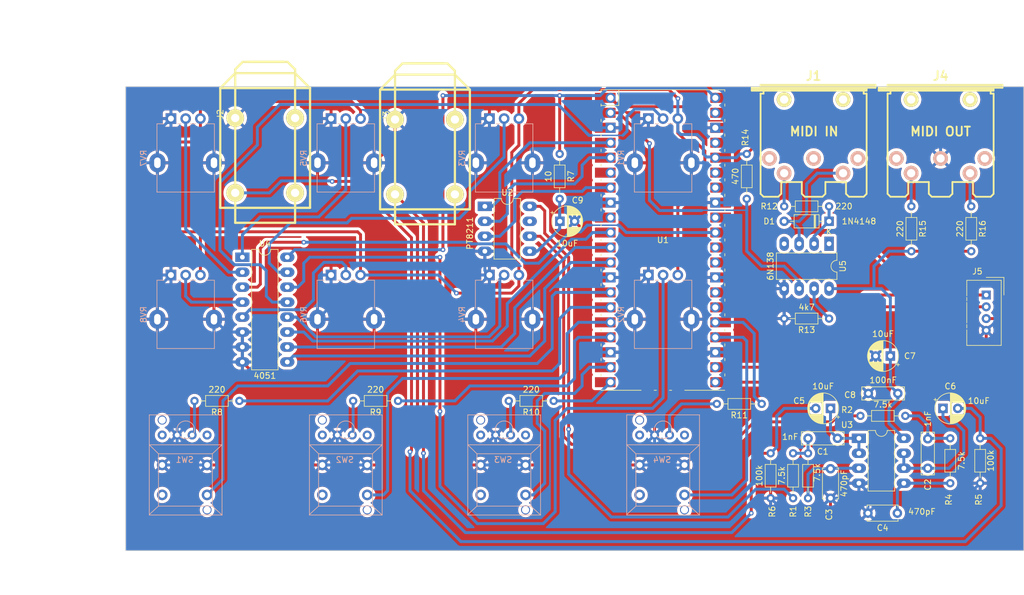
<source format=kicad_pcb>
(kicad_pcb (version 20221018) (generator pcbnew)
  (layers (0 "F.Cu" signal) (31 "B.Cu" signal) (34 "B.Paste" user) (35 "F.Paste" user) (36 "B.SilkS" user "B.Silkscreen") (37 "F.SilkS" user "F.Silkscreen") (38 "B.Mask" user) (39 "F.Mask" user) (44 "Edge.Cuts" user))
  (net 0 "")
  (net 1 "Net-(U3A--)")
  (net 2 "Net-(C1-Pad2)")
  (net 3 "Net-(U3B--)")
  (net 4 "Net-(C2-Pad2)")
  (net 5 "Net-(U3A-+)")
  (net 6 "GND")
  (net 7 "Net-(U3B-+)")
  (net 8 "Net-(C5-Pad2)")
  (net 9 "Net-(C6-Pad2)")
  (net 10 "VCC")
  (net 11 "Net-(U2-Pin_5)")
  (net 12 "Net-(D1-K)")
  (net 13 "Net-(D1-A)")
  (net 17 "Net-(J1-Pad4)")
  (net 20 "Net-(J4-Pad4)")
  (net 21 "Net-(J4-Pad5)")
  (net 22 "/SCL")
  (net 23 "/SDA")
  (net 24 "+3.3V")
  (net 25 "/RCH")
  (net 26 "/LCH")
  (net 27 "/GPIO11")
  (net 28 "Net-(SW1-A)")
  (net 29 "/GPIO13")
  (net 30 "Net-(SW2-A)")
  (net 31 "/GPIO15")
  (net 32 "Net-(SW3-A)")
  (net 33 "/GPIO19")
  (net 34 "Net-(SW4-A)")
  (net 35 "Net-(U5-VO1)")
  (net 36 "/Rx")
  (net 37 "/Tx")
  (net 38 "Net-(U4-X0)")
  (net 39 "Net-(U4-X1)")
  (net 40 "Net-(U4-X2)")
  (net 41 "Net-(U4-X3)")
  (net 42 "Net-(U4-X4)")
  (net 43 "Net-(U4-X5)")
  (net 44 "Net-(U4-X6)")
  (net 45 "Net-(U4-X7)")
  (net 46 "/GPIO10")
  (net 47 "/GPIO12")
  (net 48 "/GPIO14")
  (net 49 "/GPIO18")
  (net 50 "/BCK")
  (net 51 "/WS")
  (net 53 "/DIN")
  (net 55 "/GPIO7")
  (net 56 "/GPIO8")
  (net 57 "/GPIO9")
  (net 62 "/ADC0")
  (footprint "Resistor_THT:R_Axial_DIN0204_L3.6mm_D1.6mm_P7.62mm_Horizontal" (layer "F.Cu") (at 175.50218 91.44 180)
    (fp_text reference "R2")
    (fp_text value "7.5k")
  )
  (footprint "lib:MIDI_DIN5" (layer "F.Cu") (at 159.93618 44.7548 180)
    (fp_text reference "J1")
    (fp_text value "MIDI IN")
  )
  (footprint "Capacitor_THT:CP_Radial_D5.0mm_P2.50mm" (layer "F.Cu") (at 172.96218 81.28 180)
    (fp_text reference "C7")
    (fp_text value "10uF")
  )
  (footprint "Capacitor_THT:C_Rect_L7.0mm_W2.0mm_P5.00mm" (layer "F.Cu") (at 163.99218 95.25 180)
    (fp_text reference "C1")
    (fp_text value "1nF")
  )
  (footprint "Package_DIP:DIP-8_W7.62mm_LongPads" (layer "F.Cu") (at 104.14 55.88)
    (fp_text reference "U2")
    (fp_text value "PT8211")
  )
  (footprint "Resistor_THT:R_Axial_DIN0204_L3.6mm_D1.6mm_P7.62mm_Horizontal" (layer "F.Cu") (at 152.64218 97.79 -90)
    (fp_text reference "R6")
    (fp_text value "100k")
  )
  (footprint "Capacitor_THT:CP_Radial_D5.0mm_P2.50mm" (layer "F.Cu") (at 162.80218 90.17 180)
    (fp_text reference "C5")
    (fp_text value "10uF")
  )
  (footprint "Resistor_THT:R_Axial_DIN0204_L3.6mm_D1.6mm_P7.62mm_Horizontal" (layer "F.Cu") (at 89.408 88.9 180)
    (fp_text reference "R9")
    (fp_text value "220")
  )
  (footprint "JACK:AudioJackMono" (layer "F.Cu") (at 88.9 40.513 90)
    (fp_text reference "J3")
    (fp_text value "AudioJack2" hide)
  )
  (footprint "Resistor_THT:R_Axial_DIN0204_L3.6mm_D1.6mm_P7.62mm_Horizontal" (layer "F.Cu") (at 116.84 46.99 -90)
    (fp_text reference "R7")
    (fp_text value "10")
  )
  (footprint "Capacitor_THT:CP_Radial_D5.0mm_P2.50mm" (layer "F.Cu") (at 181.89218 90.17)
    (fp_text reference "C6")
    (fp_text value "10uF")
  )
  (footprint "Resistor_THT:R_Axial_DIN0204_L3.6mm_D1.6mm_P7.62mm_Horizontal" (layer "F.Cu") (at 162.56 74.93 180)
    (fp_text reference "R13")
    (fp_text value "4k7")
  )
  (footprint "Resistor_THT:R_Axial_DIN0204_L3.6mm_D1.6mm_P7.62mm_Horizontal" (layer "F.Cu") (at 151.13 89.408 180)
    (fp_text reference "R11")
    (fp_text value "220" hide)
  )
  (footprint "Capacitor_THT:C_Disc_D5.0mm_W2.5mm_P5.00mm" (layer "F.Cu") (at 162.80218 100.41 -90)
    (fp_text reference "C3")
    (fp_text value "470pF")
  )
  (footprint "MCU_RaspberryPi_and_Boards:RPi_Pico_SMD_TH" (layer "F.Cu") (at 134.366 61.595)
    (fp_text reference "U1")
    (fp_text value "Pico")
  )
  (footprint "Capacitor_THT:CP_Radial_D5.0mm_P2.50mm" (layer "F.Cu") (at 116.88 58.42)
    (fp_text reference "C9")
    (fp_text value "10uF")
  )
  (footprint "Resistor_THT:R_Axial_DIN0204_L3.6mm_D1.6mm_P7.62mm_Horizontal" (layer "F.Cu") (at 115.824 88.9 180)
    (fp_text reference "R10")
    (fp_text value "220")
  )
  (footprint "Resistor_THT:R_Axial_DIN0204_L3.6mm_D1.6mm_P7.62mm_Horizontal" (layer "F.Cu") (at 176.53 55.88 -90)
    (fp_text reference "R15")
    (fp_text value "220")
  )
  (footprint "Resistor_THT:R_Axial_DIN0204_L3.6mm_D1.6mm_P7.62mm_Horizontal" (layer "F.Cu") (at 62.484 88.9 180)
    (fp_text reference "R8")
    (fp_text value "220")
  )
  (footprint "Resistor_THT:R_Axial_DIN0204_L3.6mm_D1.6mm_P7.62mm_Horizontal" (layer "F.Cu") (at 156.45218 97.79 -90)
    (fp_text reference "R1")
    (fp_text value "7.5k")
  )
  (footprint "Package_DIP:DIP-8_W7.62mm_LongPads" (layer "F.Cu") (at 162.56 62.23 -90)
    (fp_text reference "U5")
    (fp_text value "6N138")
  )
  (footprint "Capacitor_THT:C_Rect_L7.0mm_W2.0mm_P5.00mm" (layer "F.Cu") (at 174.23218 87.63 180)
    (fp_text reference "C8")
    (fp_text value "100nF")
  )
  (footprint "Resistor_THT:R_Axial_DIN0204_L3.6mm_D1.6mm_P7.62mm_Horizontal" (layer "F.Cu") (at 154.94 55.88)
    (fp_text reference "R12")
    (fp_text value "220")
  )
  (footprint "JACK:AudioJackMono" (layer "F.Cu") (at 61.775 40.259 90)
    (fp_text reference "J2")
    (fp_text value "AudioJack2" hide)
  )
  (footprint "Package_DIP:DIP-8_W7.62mm_LongPads" (layer "F.Cu") (at 167.625 95.25)
    (fp_text reference "U3")
    (fp_text value "MCP6002")
  )
  (footprint "Resistor_THT:R_Axial_DIN0204_L3.6mm_D1.6mm_P7.62mm_Horizontal" (layer "F.Cu") (at 186.69 55.88 -90)
    (fp_text reference "R16")
    (fp_text value "220")
  )
  (footprint "Connector:NS-Tech_Grove_1x04_P2mm_Vertical" (layer "F.Cu") (at 189.23 70.93)
    (fp_text reference "J5")
    (fp_text value "I2C")
  )
  (footprint "Resistor_THT:R_Axial_DIN0204_L3.6mm_D1.6mm_P7.62mm_Horizontal" (layer "F.Cu") (at 158.99218 105.41 90)
    (fp_text reference "R3")
    (fp_text value "7.5k")
  )
  (footprint "Capacitor_THT:C_Rect_L7.0mm_W2.0mm_P5.00mm" (layer "F.Cu") (at 179.31218 100.33 90)
    (fp_text reference "C2")
    (fp_text value "1nF")
  )
  (footprint "Resistor_THT:R_Axial_DIN0204_L3.6mm_D1.6mm_P7.62mm_Horizontal" (layer "F.Cu") (at 148.59 46.99 -90)
    (fp_text reference "R14")
    (fp_text value "470")
  )
  (footprint "Capacitor_THT:C_Disc_D5.0mm_W2.5mm_P5.00mm" (layer "F.Cu") (at 174.15218 107.95 180)
    (fp_text reference "C4")
    (fp_text value "470pF")
  )
  (footprint "Package_DIP:DIP-16_W7.62mm_LongPads" (layer "F.Cu") (at 62.992 64.516)
    (fp_text reference "U4")
    (fp_text value "4051")
  )
  (footprint "Resistor_THT:R_Axial_DIN0204_L3.6mm_D1.6mm_P7.62mm_Horizontal" (layer "F.Cu") (at 188.20218 95.25 -90)
    (fp_text reference "R5")
    (fp_text value "100k")
  )
  (footprint "lib:MIDI_DIN5" (layer "F.Cu") (at 181.48808 44.7548 180)
    (fp_text reference "J4")
    (fp_text value "MIDI OUT")
  )
  (footprint "Resistor_THT:R_Axial_DIN0204_L3.6mm_D1.6mm_P7.62mm_Horizontal" (layer "F.Cu") (at 183.12218 102.87 90)
    (fp_text reference "R4")
    (fp_text value "7.5k")
  )
  (footprint "Diode_THT:D_DO-35_SOD27_P7.62mm_Horizontal" (layer "F.Cu") (at 162.56 58.42 180)
    (fp_text reference "D1")
    (fp_text value "1N4148")
  )
  (footprint "lib:Push_LED" (layer "B.Cu") (at 57.002 99.7753 180)
    (fp_text reference "SW1")
    (fp_text value "S1")
  )
  (footprint "Potentiometer_THT:Potentiometer_Alpha_RD901F-40-00D_Single_Vertical" (layer "B.Cu") (at 104.916 40.99 -90)
    (fp_text reference "RV3")
    (fp_text value "10k")
  )
  (footprint "lib:Push_LED" (layer "B.Cu") (at 138.027 99.7753 180)
    (fp_text reference "SW4")
    (fp_text value "S1")
  )
  (footprint "lib:Push_LED" (layer "B.Cu") (at 111.051 99.7753 180)
    (fp_text reference "SW3")
    (fp_text value "S1")
  )
  (footprint "Potentiometer_THT:Potentiometer_Alpha_RD901F-40-00D_Single_Vertical" (layer "B.Cu") (at 131.892 67.54 -90)
    (fp_text reference "RV2")
    (fp_text value "10k")
  )
  (footprint "Potentiometer_THT:Potentiometer_Alpha_RD901F-40-00D_Single_Vertical" (layer "B.Cu") (at 78.044 40.99 -90)
    (fp_text reference "RV5")
    (fp_text value "10k")
  )
  (footprint "Potentiometer_THT:Potentiometer_Alpha_RD901F-40-00D_Single_Vertical" (layer "B.Cu") (at 104.916 67.54 -90)
    (fp_text reference "RV4")
    (fp_text value "10k")
  )
  (footprint "Potentiometer_THT:Potentiometer_Alpha_RD901F-40-00D_Single_Vertical" (layer "B.Cu") (at 78.044 67.54 -90)
    (fp_text reference "RV6")
    (fp_text value "10k")
  )
  (footprint "Potentiometer_THT:Potentiometer_Alpha_RD901F-40-00D_Single_Vertical" (layer "B.Cu") (at 131.892 40.99 -90)
    (fp_text reference "RV1")
    (fp_text value "10k")
  )
  (footprint "Potentiometer_THT:Potentiometer_Alpha_RD901F-40-00D_Single_Vertical" (layer "B.Cu") (at 50.867 40.99 -90)
    (fp_text reference "RV7")
    (fp_text value "10k")
  )
  (footprint "lib:Push_LED" (layer "B.Cu") (at 84.179 99.7753 180)
    (fp_text reference "SW2")
    (fp_text value "S1")
  )
  (footprint "Potentiometer_THT:Potentiometer_Alpha_RD901F-40-00D_Single_Vertical" (layer "B.Cu") (at 50.867 67.54 -90)
    (fp_text reference "RV8")
    (fp_text value "10k")
  )
  (gr_line (start 43.18 35.56) (end 195.58 35.56) (stroke (width 0.1)) (layer "Edge.Cuts"))
  (gr_line (start 195.58 35.56) (end 195.58 114.3) (stroke (width 0.1)) (layer "Edge.Cuts"))
  (gr_line (start 43.18 114.3) (end 43.18 35.56) (stroke (width 0.1)) (layer "Edge.Cuts"))
  (gr_line (start 195.58 114.3) (end 43.18 114.3) (stroke (width 0.1)) (layer "Edge.Cuts"))
  (segment (start 167.625 95.25) (end 167.625 97.79) (width 0.5) (layer "B.Cu") (net 1))
  (segment (start 167.625 95.25) (end 163.99218 95.25) (width 0.5) (layer "B.Cu") (net 1))
  (segment (start 162.80218 90.17) (end 162.80218 94.06) (width 0.5) (layer "B.Cu") (net 1))
  (segment (start 162.80218 94.06) (end 163.99218 95.25) (width 0.5) (layer "B.Cu") (net 1))
  (segment (start 158.99218 95.25) (end 158.99218 97.79) (width 0.5) (layer "B.Cu") (net 2))
  (segment (start 158.99218 97.79) (end 156.45218 97.79) (width 0.5) (layer "B.Cu") (net 2))
  (segment (start 181.89218 91.72218) (end 182.88 92.71) (width 0.5) (layer "B.Cu") (net 3))
  (segment (start 184.15 92.71) (end 185.42 93.98) (width 0.5) (layer "B.Cu") (net 3))
  (segment (start 175.245 97.79) (end 175.245 100.33) (width 0.5) (layer "B.Cu") (net 3))
  (segment (start 185.42 93.98) (end 185.42 97.79) (width 0.5) (layer "B.Cu") (net 3))
  (segment (start 182.88 92.71) (end 184.15 92.71) (width 0.5) (layer "B.Cu") (net 3))
  (segment (start 175.245 100.33) (end 179.31218 100.33) (width 0.5) (layer "B.Cu") (net 3))
  (segment (start 181.89218 90.17) (end 181.89218 91.72218) (width 0.5) (layer "B.Cu") (net 3))
  (segment (start 182.88 100.33) (end 179.31218 100.33) (width 0.5) (layer "B.Cu") (net 3))
  (segment (start 185.42 97.79) (end 182.88 100.33) (width 0.5) (layer "B.Cu") (net 3))
  (segment (start 183.12218 95.25) (end 179.39218 95.25) (width 0.5) (layer "B.Cu") (net 4))
  (segment (start 179.31218 92.95218) (end 179.31218 95.33) (width 0.5) (layer "B.Cu") (net 4))
  (segment (start 177.8 91.44) (end 179.31218 92.95218) (width 0.5) (layer "B.Cu") (net 4))
  (segment (start 179.39218 95.25) (end 179.31218 95.33) (width 0.5) (layer "B.Cu") (net 4))
  (segment (start 175.50218 91.44) (end 177.8 91.44) (width 0.5) (layer "B.Cu") (net 4))
  (segment (start 167.625 100.33) (end 162.88218 100.33) (width 0.5) (layer "B.Cu") (net 5))
  (segment (start 158.99218 101.35782) (end 159.94 100.41) (width 0.5) (layer "B.Cu") (net 5))
  (segment (start 162.88218 100.33) (end 162.80218 100.41) (width 0.5) (layer "B.Cu") (net 5))
  (segment (start 159.94 100.41) (end 162.80218 100.41) (width 0.5) (layer "B.Cu") (net 5))
  (segment (start 158.99218 105.41) (end 158.99218 101.35782) (width 0.5) (layer "B.Cu") (net 5))
  (segment (start 88.9 44.934) (end 88.9 41.148) (width 0.5) (layer "F.Cu") (net 6))
  (segment (start 129.592 45.01) (end 129.592 48.49) (width 0.5) (layer "F.Cu") (net 6))
  (segment (start 84.179 99.7753) (end 103.431 99.7753) (width 0.5) (layer "F.Cu") (net 6))
  (segment (start 75.744 48.49) (end 85.344 48.49) (width 0.5) (layer "F.Cu") (net 6))
  (segment (start 62.992 82.296) (end 65.786 85.09) (width 0.5) (layer "F.Cu") (net 6))
  (segment (start 170.46218 82.57818) (end 170.46218 81.28) (width 0.5) (layer "F.Cu") (net 6))
  (segment (start 75.744 75.04) (end 85.344 75.04) (width 0.5) (layer "F.Cu") (net 6))
  (segment (start 57.002 99.7753) (end 76.559 99.7753) (width 0.5) (layer "F.Cu") (net 6))
  (segment (start 129.159 80.645) (end 125.476 80.645) (width 0.5) (layer "F.Cu") (net 6))
  (segment (start 141.605 67.945) (end 143.256 67.945) (width 0.5) (layer "F.Cu") (net 6))
  (segment (start 132.947 94.6953) (end 132.947 84.433) (width 0.5) (layer "F.Cu") (net 6))
  (segment (start 159.512 110.49) (end 162.80218 107.19982) (width 0.5) (layer "F.Cu") (net 6))
  (segment (start 48.567 75.04) (end 58.167 75.04) (width 0.5) (layer "F.Cu") (net 6))
  (segment (start 132.947 84.433) (end 129.159 80.645) (width 0.5) (layer "F.Cu") (net 6))
  (segment (start 121.285 42.545) (end 125.476 42.545) (width 0.5) (layer "F.Cu") (net 6))
  (segment (start 139.192 48.49) (end 129.592 48.49) (width 0.5) (layer "F.Cu") (net 6))
  (segment (start 130.407 99.7753) (end 133.35 102.7183) (width 0.5) (layer "F.Cu") (net 6))
  (segment (start 58.167 48.49) (end 58.167 44.502) (width 0.5) (layer "F.Cu") (net 6))
  (segment (start 119.126 44.704) (end 121.285 42.545) (width 0.5) (layer "F.Cu") (net 6))
  (segment (start 85.344 48.49) (end 88.9 44.934) (width 0.5) (layer "F.Cu") (net 6))
  (segment (start 133.35 106.172) (end 137.668 110.49) (width 0.5) (layer "F.Cu") (net 6))
  (segment (start 102.616 75.04) (end 112.216 75.04) (width 0.5) (layer "F.Cu") (net 6))
  (segment (start 48.567 48.49) (end 58.167 48.49) (width 0.5) (layer "F.Cu") (net 6))
  (segment (start 65.786 85.09) (end 74.422 85.09) (width 0.5) (layer "F.Cu") (net 6))
  (segment (start 58.167 48.49) (end 75.744 48.49) (width 0.5) (layer "F.Cu") (net 6))
  (segment (start 125.476 42.545) (end 127.127 42.545) (width 0.5) (layer "F.Cu") (net 6))
  (segment (start 139.192 70.358) (end 141.605 67.945) (width 0.5) (layer "F.Cu") (net 6))
  (segment (start 111.051 99.7753) (end 130.407 99.7753) (width 0.5) (layer "F.Cu") (net 6))
  (segment (start 58.167 44.502) (end 61.775 40.894) (width 0.5) (layer "F.Cu") (net 6))
  (segment (start 112.216 48.49) (end 118.388 48.49) (width 0.5) (layer "F.Cu") (net 6))
  (segment (start 139.192 75.04) (end 139.192 70.358) (width 0.5) (layer "F.Cu") (net 6))
  (segment (start 184.404 83.82) (end 171.704 83.82) (width 0.5) (layer "F.Cu") (net 6))
  (segment (start 118.388 48.49) (end 119.126 47.752) (width 0.5) (layer "F.Cu") (net 6))
  (segment (start 189.23 76.93) (end 189.23 78.994) (width 0.5) (layer "F.Cu") (net 6))
  (segment (start 75.744 75.04) (end 75.744 83.768) (width 0.5) (layer "F.Cu") (net 6))
  (segment (start 127.127 42.545) (end 129.592 45.01) (width 0.5) (layer "F.Cu") (net 6))
  (segment (start 129.592 75.04) (end 139.192 75.04) (width 0.5) (layer "F.Cu") (net 6))
  (segment (start 137.668 110.49) (end 159.512 110.49) (width 0.5) (layer "F.Cu") (net 6))
  (segment (start 189.23 78.994) (end 184.404 83.82) (width 0.5) (layer "F.Cu") (net 6))
  (segment (start 171.704 83.82) (end 170.46218 82.57818) (width 0.5) (layer "F.Cu") (net 6))
  (segment (start 162.80218 107.19982) (end 162.80218 105.41) (width 0.5) (layer "F.Cu") (net 6))
  (segment (start 133.35 102.7183) (end 133.35 106.172) (width 0.5) (layer "F.Cu") (net 6))
  (segment (start 75.744 83.768) (end 74.422 85.09) (width 0.5) (layer "F.Cu") (net 6))
  (segment (start 119.126 47.752) (end 119.126 44.704) (width 0.5) (layer "F.Cu") (net 6))
  (segment (start 105.971 94.6953) (end 105.971 99.0663) (width 0.5) (layer "B.Cu") (net 6))
  (segment (start 160.26218 107.95) (end 162.80218 105.41) (width 0.5) (layer "B.Cu") (net 6))
  (segment (start 129.592 43.29) (end 129.592 48.49) (width 0.5) (layer "B.Cu") (net 6))
  (segment (start 105.971 99.0663) (end 105.41 99.6273) (width 0.5) (layer "B.Cu") (net 6))
  (segment (start 170.46218 81.28) (end 170.46218 86.4) (width 0.5) (layer "B.Cu") (net 6))
  (segment (start 129.592 75.04) (end 129.592 78.942) (width 0.5) (layer "B.Cu") (net 6))
  (segment (start 143.256 55.245) (end 141.097 55.245) (width 0.5) (layer "B.Cu") (net 6))
  (segment (start 139.192 75.04) (end 139.192 78.232) (width 0.5) (layer "B.Cu") (net 6))
  (segment (start 131.892 40.99) (end 129.592 43.29) (width 0.5) (layer "B.Cu") (net 6))
  (segment (start 125.476 67.945) (end 129.135 67.945) (width 0.5) (layer "B.Cu") (net 6))
  (segment (start 181.48808 44.32808) (end 179.705 42.545) (width 0.5) (layer "B.Cu") (net 6))
  (segment (start 171.45 100.33) (end 168.91 102.87) (width 0.5) (layer "B.Cu") (net 6))
  (segment (start 169.23218 87.63) (end 171.45 89.84782) (width 0.5) (layer "B.Cu") (net 6))
  (segment (start 51.922 94.6953) (end 51.922 99.6273) (width 0.5) (layer "B.Cu") (net 6))
  (segment (start 152.64218 105.41) (end 155.18218 107.95) (width 0.5) (layer "B.Cu") (net 6))
  (segment (start 169.15218 104.39718) (end 169.15218 105.41) (width 0.5) (layer "B.Cu") (net 6))
  (segment (start 167.625 102.87) (end 169.15218 104.39718) (width 0.5) (layer "B.Cu") (net 6))
  (segment (start 60.343 77.216) (end 62.992 77.216) (width 0.5) (layer "B.Cu") (net 6))
  (segment (start 51.922 86.508) (end 56.134 82.296) (width 0.5) (layer "B.Cu") (net 6))
  (segment (start 179.705 42.545) (end 143.256 42.545) (width 0.5) (layer "B.Cu") (net 6))
  (segment (start 129.592 69.84) (end 131.892 67.54) (width 0.5) (layer "B.Cu") (net 6))
  (segment (start 128.905 55.245) (end 129.592 54.558) (width 0.5) (layer "B.Cu") (net 6))
  (segment (start 132.947 99.3723) (end 133.35 99.7753) (width 0.5) (layer "B.Cu") (net 6))
  (segment (start 142.367 80.645) (end 143.256 80.645) (width 0.5) (layer "B.Cu") (net 6))
  (segment (start 185.66218 105.41) (end 180.34 105.41) (width 0.5) (layer "B.Cu") (net 6))
  (segment (start 51.922 99.6273) (end 52.07 99.7753) (width 0.5) (layer "B.Cu") (net 6))
  (segment (start 168.91 102.87) (end 167.625 102.87) (width 0.5) (layer "B.Cu") (net 6))
  (segment (start 139.192 48.49) (end 139.192 53.34) (width 0.5) (layer "B.Cu") (net 6))
  (segment (start 48.567 43.29) (end 50.867 40.99) (width 0.5) (layer "B.Cu") (net 6))
  (segment (start 129.54 67.54) (end 131.892 67.54) (width 0.5) (layer "B.Cu") (net 6))
  (segment (start 102.616 69.84) (end 104.916 67.54) (width 0.5) (layer "B.Cu") (net 6))
  (segment (start 125.476 55.245) (end 128.905 55.245) (width 0.5) (layer "B.Cu") (net 6))
  (segment (start 153.035 67.945) (end 143.256 67.945) (width 0.5) (layer "B.Cu") (net 6))
  (segment (start 169.15218 105.41) (end 169.15218 107.95) (width 0.5) (layer "B.Cu") (net 6))
  (segment (start 58.167 75.04) (end 60.343 77.216) (width 0.5) (layer "B.Cu") (net 6))
  (segment (start 176.53 109.22) (end 170.42218 109.22) (width 0.5) (layer "B.Cu") (net 6))
  (segment (start 129.592 75.04) (end 129.592 69.84) (width 0.5) (layer "B.Cu") (net 6))
  (segment (start 75.744 48.49) (end 75.744 43.29) (width 0.5) (layer "B.Cu") (net 6))
  (segment (start 48.567 75.04) (end 48.567 69.84) (width 0.5) (layer "B.Cu") (net 6))
  (segment (start 132.947 97.79) (end 132.947 99.3723) (width 0.5) (layer "B.Cu") (net 6))
  (segment (start 129.592 54.558) (end 129.592 48.49) (width 0.5) (layer "B.Cu") (net 6))
  (segment (start 103.431 99.7753) (end 105.41 99.7753) (width 0.5) (layer "B.Cu") (net 6))
  (segment (start 102.616 43.29) (end 104.916 40.99) (width 0.5) (layer "B.Cu") (net 6))
  (segment (start 132.947 97.79) (end 132.947 94.6953) (width 0.5) (layer "B.Cu") (net 6))
  (segment (start 170.46218 86.4) (end 169.23218 87.63) (width 0.5) (layer "B.Cu") (net 6))
  (segment (start 130.407 99.7753) (end 133.35 99.7753) (width 0.5) (layer "B.Cu") (net 6))
  (segment (start 102.616 75.04) (end 85.344 75.04) (width 0.5) (layer "B.Cu") (net 6))
  (segment (start 105.41 99.7753) (end 106.68 99.7753) (width 0.5) (layer "B.Cu") (net 6))
  (segment (start 75.744 43.29) (end 78.044 40.99) (width 0.5) (layer "B.Cu") (net 6))
  (segment (start 48.567 48.49) (end 48.567 43.29) (width 0.5) (layer "B.Cu") (net 6))
  (segment (start 162.80218 105.41) (end 169.15218 105.41) (width 0.5) (layer "B.Cu") (net 6))
  (segment (start 56.134 82.296) (end 62.992 82.296) (width 0.5) (layer "B.Cu") (net 6))
  (segment (start 141.986 81.026) (end 142.367 80.645) (width 0.5) (layer "B.Cu") (net 6))
  (segment (start 52.07 99.7753) (end 49.382 99.7753) (width 0.5) (layer "B.Cu") (net 6))
  (segment (start 171.45 89.84782) (end 171.45 100.33) (width 0.5) (layer "B.Cu") (net 6))
  (segment (start 78.044 67.54) (end 78.044 72.74) (width 0.5) (layer "B.Cu") (net 6))
  (segment (start 57.002 99.7753) (end 52.07 99.7753) (width 0.5) (layer "B.Cu") (net 6))
  (segment (start 62.992 77.216) (end 62.992 82.296) (width 0.5) (layer "B.Cu") (net 6))
  (segment (start 188.20218 102.87) (end 185.66218 105.41) (width 0.5) (layer "B.Cu") (net 6))
  (segment (start 141.097 55.245) (end 139.192 53.34) (width 0.5) (layer "B.Cu") (net 6))
  (segment (start 119.38 57.15) (end 119.38 58.42) (width 0.5) (layer "B.Cu") (net 6))
  (segment (start 139.192 78.232) (end 141.986 81.026) (width 0.5) (layer "B.Cu") (net 6))
  (segment (start 102.616 48.49) (end 102.616 43.29) (width 0.5) (layer "B.Cu") (net 6))
  (segment (start 104.14 66.764) (end 104.916 67.54) (width 0.5) (layer "B.Cu") (net 6))
  (segment (start 132.947 98.193) (end 132.947 97.79) (width 0.5) (layer "B.Cu") (net 6))
  (segment (start 48.567 69.84) (end 50.867 67.54) (width 0.5) (layer "B.Cu") (net 6))
  (segment (start 121.285 55.245) (end 119.38 57.15) (width 0.5) (layer "B.Cu") (net 6))
  (segment (start 154.94 69.85) (end 154.94 74.93) (width 0.5) (layer "B.Cu") (net 6))
  (segment (start 130.407 99.7753) (end 131.3647 99.7753) (width 0.5) (layer "B.Cu") (net 6))
  (segment (start 105.41 99.6273) (end 105.41 99.7753) (width 0.5) (layer "B.Cu") (net 6))
  (segment (start 154.94 69.85) (end 153.035 67.945) (width 0.5) (layer "B.Cu") (net 6))
  (segment (start 84.179 99.7753) (end 78.74 99.7753) (width 0.5) (layer "B.Cu") (net 6))
  (segment (start 170.42218 109.22) (end 169.15218 107.95) (width 0.5) (layer "B.Cu") (net 6))
  (segment (start 78.044 72.74) (end 75.744 75.04) (width 0.5) (layer "B.Cu") (net 6))
  (segment (start 106.68 99.7753) (end 111.051 99.7753) (width 0.5) (layer "B.Cu") (net 6))
  (segment (start 79.099 94.6953) (end 79.099 99.4163) (width 0.5) (layer "B.Cu") (net 6))
  (segment (start 102.616 75.04) (end 102.616 69.84) (width 0.5) (layer "B.Cu") (net 6))
  (segment (start 125.476 55.245) (end 121.285 55.245) (width 0.5) (layer "B.Cu") (net 6))
  (segment (start 181.48808 47.75454) (end 181.48808 44.32808) (width 0.5) (layer "B.Cu") (net 6))
  (segment (start 133.35 99.7753) (end 138.027 99.7753) (width 0.5) (layer "B.Cu") (net 6))
  (segment (start 127.889 80.645) (end 129.592 78.942) (width 0.5) (layer "B.Cu") (net 6))
  (segment (start 78.74 99.7753) (end 76.559 99.7753) (width 0.5) (layer "B.Cu") (net 6))
  (segment (start 155.18218 107.95) (end 160.26218 107.95) (width 0.5) (layer "B.Cu") (net 6))
  (segment (start 129.135 67.945) (end 129.54 67.54) (width 0.5) (layer "B.Cu") (net 6))
  (segment (start 180.34 105.41) (end 176.53 109.22) (width 0.5) (layer "B.Cu") (net 6))
  (segment (start 104.14 63.5) (end 104.14 66.764) (width 0.5) (layer "B.Cu") (net 6))
  (segment (start 125.476 80.645) (end 127.889 80.645) (width 0.5) (layer "B.Cu") (net 6))
  (segment (start 51.922 94.6953) (end 51.922 86.508) (width 0.5) (layer "B.Cu") (net 6))
  (segment (start 79.099 99.4163) (end 78.74 99.7753) (width 0.5) (layer "B.Cu") (net 6))
  (segment (start 85.344 48.49) (end 102.616 48.49) (width 0.5) (layer "B.Cu") (net 6))
  (segment (start 183.12218 102.87) (end 175.245 102.87) (width 0.5) (layer "B.Cu") (net 7))
  (segment (start 174.15218 103.96282) (end 175.245 102.87) (width 0.5) (layer "B.Cu") (net 7))
  (segment (start 174.15218 107.95) (end 174.15218 103.96282) (width 0.5) (layer "B.Cu") (net 7))
  (segment (start 150.622 97.79) (end 152.64218 97.79) (width 0.5) (layer "F.Cu") (net 8))
  (segment (start 149.352 99.06) (end 150.622 97.79) (width 0.5) (layer "F.Cu") (net 8))
  (segment (start 149.352 107.95) (end 149.352 99.06) (width 0.5) (layer "F.Cu") (net 8))
  (segment (start 93.726 58.674) (end 93.726 97.79) (width 0.5) (layer "F.Cu") (net 8))
  (segment (start 88.9 53.848) (end 93.726 58.674) (width 0.5) (layer "F.Cu") (net 8))
  (via (at 149.352 107.95) (size 0.8) (drill 0.4) (layers "F.Cu" "B.Cu") (net 8))
  (via (at 93.726 97.79) (size 0.8) (drill 0.4) (layers "F.Cu" "B.Cu") (net 8))
  (segment (start 100.838 111.252) (end 146.05 111.252) (width 0.5) (layer "B.Cu") (net 8))
  (segment (start 93.726 97.79) (end 93.726 104.14) (width 0.5) (layer "B.Cu") (net 8))
  (segment (start 146.05 111.252) (end 149.352 107.95) (width 0.5) (layer "B.Cu") (net 8))
  (segment (start 153.67 91.44) (end 154.94 90.17) (width 0.5) (layer "B.Cu") (net 8))
  (segment (start 153.67 96.76218) (end 153.67 91.44) (width 0.5) (layer "B.Cu") (net 8))
  (segment (start 154.94 90.17) (end 160.30218 90.17) (width 0.5) (layer "B.Cu") (net 8))
  (segment (start 152.64218 97.79) (end 153.67 96.76218) (width 0.5) (layer "B.Cu") (net 8))
  (segment (start 93.726 104.14) (end 100.838 111.252) (width 0.5) (layer "B.Cu") (net 8))
  (segment (start 82.129253 51.649253) (end 87.376 56.896) (width 0.5) (layer "F.Cu") (net 9))
  (segment (start 91.694 97.282) (end 91.44 97.536) (width 0.5) (layer "F.Cu") (net 9))
  (segment (start 91.694 61.214) (end 91.694 66.04) (width 0.5) (layer "F.Cu") (net 9))
  (segment (start 87.376 56.896) (end 91.694 61.214) (width 0.5) (layer "F.Cu") (net 9))
  (segment (start 91.694 66.04) (end 91.694 97.282) (width 0.5) (layer "F.Cu") (net 9))
  (segment (start 78.232 51.649253) (end 82.129253 51.649253) (width 0.5) (layer "F.Cu") (net 9))
  (via (at 78.232 51.649253) (size 0.8) (drill 0.4) (layers "F.Cu" "B.Cu") (net 9))
  (via (at 91.44 97.536) (size 0.8) (drill 0.4) (layers "F.Cu" "B.Cu") (net 9))
  (segment (start 191.77 106.68) (end 191.77 97.028) (width 0.5) (layer "B.Cu") (net 9))
  (segment (start 67.564 53.594) (end 69.596 51.562) (width 0.5) (layer "B.Cu") (net 9))
  (segment (start 191.77 97.028) (end 189.992 95.25) (width 0.5) (layer "B.Cu") (net 9))
  (segment (start 186.69 90.17) (end 184.39218 90.17) (width 0.5) (layer "B.Cu") (net 9))
  (segment (start 185.674 112.776) (end 191.77 106.68) (width 0.5) (layer "B.Cu") (net 9))
  (segment (start 188.20218 95.25) (end 188.20218 91.68218) (width 0.5) (layer "B.Cu") (net 9))
  (segment (start 91.44 97.536) (end 91.44 104.14) (width 0.5) (layer "B.Cu") (net 9))
  (segment (start 188.20218 91.68218) (end 186.69 90.17) (width 0.5) (layer "B.Cu") (net 9))
  (segment (start 189.992 95.25) (end 188.20218 95.25) (width 0.5) (layer "B.Cu") (net 9))
  (segment (start 100.076 112.776) (end 185.674 112.776) (width 0.5) (layer "B.Cu") (net 9))
  (segment (start 61.775 53.594) (end 67.564 53.594) (width 0.5) (layer "B.Cu") (net 9))
  (segment (start 78.144747 51.562) (end 78.232 51.649253) (width 0.5) (layer "B.Cu") (net 9))
  (segment (start 69.596 51.562) (end 78.144747 51.562) (width 0.5) (layer "B.Cu") (net 9))
  (segment (start 91.44 104.14) (end 100.076 112.776) (width 0.5) (layer "B.Cu") (net 9))
  (segment (start 180.594 63.5) (end 176.53 63.5) (width 0.5) (layer "F.Cu") (net 10))
  (segment (start 193.802 46.228) (end 193.802 62.23) (width 0.5) (layer "F.Cu") (net 10))
  (segment (start 146.685 37.465) (end 149.098 39.878) (width 0.5) (layer "F.Cu") (net 10))
  (segment (start 143.256 37.465) (end 146.685 37.465) (width 0.5) (layer "F.Cu") (net 10))
  (segment (start 149.098 39.878) (end 187.452 39.878) (width 0.5) (layer "F.Cu") (net 10))
  (segment (start 189.992 66.04) (end 183.134 66.04) (width 0.5) (layer "F.Cu") (net 10))
  (segment (start 187.452 39.878) (end 193.802 46.228) (width 0.5) (layer "F.Cu") (net 10))
  (segment (start 97.028 37.084) (end 97.028 63.246) (width 0.5) (layer "F.Cu") (net 10))
  (segment (start 183.134 66.04) (end 180.594 63.5) (width 0.5) (layer "F.Cu") (net 10))
  (segment (start 116.84 37.084) (end 116.84 46.99) (width 0.5) (layer "F.Cu") (net 10))
  (segment (start 193.802 62.23) (end 189.992 66.04) (width 0.5) (layer "F.Cu") (net 10))
  (via (at 97.028 63.246) (size 0.8) (drill 0.4) (layers "F.Cu" "B.Cu") (net 10))
  (via (at 97.028 37.084) (size 0.8) (drill 0.4) (layers "F.Cu" "B.Cu") (net 10))
  (via (at 116.84 37.084) (size 0.8) (drill 0.4) (layers "F.Cu" "B.Cu") (net 10))
  (segment (start 162.56 69.85) (end 170.18 69.85) (width 0.5) (layer "B.Cu") (net 10))
  (segment (start 124.968 35.81) (end 123.694 37.084) (width 0.5) (layer "B.Cu") (net 10))
  (segment (start 176.53 63.5) (end 172.72 63.5) (width 0.5) (layer "B.Cu") (net 10))
  (segment (start 172.96218 81.28) (end 172.96218 86.36) (width 0.5) (layer "B.Cu") (net 10))
  (segment (start 141.601 35.81) (end 124.968 35.81) (width 0.5) (layer "B.Cu") (net 10))
  (segment (start 172.96218 86.36) (end 174.23218 87.63) (width 0.5) (layer "B.Cu") (net 10))
  (segment (start 172.72 63.5) (end 170.18 66.04) (width 0.5) (layer "B.Cu") (net 10))
  (segment (start 171.45 69.85) (end 172.96218 71.36218) (width 0.5) (layer "B.Cu") (net 10))
  (segment (start 123.694 37.084) (end 116.84 37.084) (width 0.5) (layer "B.Cu") (net 10))
  (segment (start 172.72 90.17) (end 172.72 92.725) (width 0.5) (layer "B.Cu") (net 10))
  (segment (start 170.18 66.04) (end 170.18 69.85) (width 0.5) (layer "B.Cu") (net 10))
  (segment (start 170.18 69.85) (end 171.45 69.85) (width 0.5) (layer "B.Cu") (net 10))
  (segment (start 172.72 90.17) (end 174.23218 88.65782) (width 0.5) (layer "B.Cu") (net 10))
  (segment (start 172.96218 71.36218) (end 172.96218 81.28) (width 0.5) (layer "B.Cu") (net 10))
  (segment (start 97.028 63.246) (end 71.882 63.246) (width 0.5) (layer "B.Cu") (net 10))
  (segment (start 116.84 37.084) (end 97.028 37.084) (width 0.5) (layer "B.Cu") (net 10))
  (segment (start 143.256 37.465) (end 141.601 35.81) (width 0.5) (layer "B.Cu") (net 10))
  (segment (start 172.72 92.725) (end 175.245 95.25) (width 0.5) (layer "B.Cu") (net 10))
  (segment (start 174.23218 88.65782) (end 174.23218 87.63) (width 0.5) (layer "B.Cu") (net 10))
  (segment (start 71.882 63.246) (end 70.612 64.516) (width 0.5) (layer "B.Cu") (net 10))
  (segment (start 111.76 63.5) (end 113.03 63.5) (width 0.5) (layer "B.Cu") (net 11))
  (segment (start 116.84 58.38) (end 116.88 58.42) (width 0.5) (layer "B.Cu") (net 11))
  (segment (start 116.84 54.61) (end 116.84 58.38) (width 0.5) (layer "B.Cu") (net 11))
  (segment (start 116.84 57.15) (end 116.84 59.69) (width 0.5) (layer "B.Cu") (net 11))
  (segment (start 113.03 63.5) (end 116.84 59.69) (width 0.5) (layer "B.Cu") (net 11))
  (segment (start 162.56 55.88) (end 162.56 58.42) (width 0.5) (layer "B.Cu") (net 12))
  (segment (start 160.02 60.96) (end 162.56 58.42) (width 0.5) (layer "B.Cu") (net 12))
  (segment (start 160.02 62.23) (end 160.02 60.96) (width 0.5) (layer "B.Cu") (net 12))
  (segment (start 160.5661 50.2539) (end 158.75 52.07) (width 0.5) (layer "B.Cu") (net 13))
  (segment (start 157.48 58.42) (end 158.75 57.15) (width 0.5) (layer "B.Cu") (net 13))
  (segment (start 154.94 58.42) (end 156.21 58.42) (width 0.5) (layer "B.Cu") (net 13))
  (segment (start 154.94 58.42) (end 157.48 58.42) (width 0.5) (layer "B.Cu") (net 13))
  (segment (start 157.48 59.69) (end 157.48 62.23) (width 0.5) (layer "B.Cu") (net 13))
  (segment (start 156.21 58.42) (end 157.48 59.69) (width 0.5) (layer "B.Cu") (net 13))
  (segment (start 158.75 52.07) (end 158.75 57.15) (width 0.5) (layer "B.Cu") (net 13))
  (segment (start 164.93236 50.2539) (end 160.5661 50.2539) (width 0.5) (layer "B.Cu") (net 13))
  (segment (start 154.94 50.2539) (end 154.94 55.88) (width 0.5) (layer "B.Cu") (net 17))
  (segment (start 176.4919 55.8419) (end 176.53 55.88) (width 0.5) (layer "B.Cu") (net 20))
  (segment (start 176.4919 50.2539) (end 176.4919 55.8419) (width 0.5) (layer "B.Cu") (net 20))
  (segment (start 186.48426 55.67426) (end 186.69 55.88) (width 0.5) (layer "B.Cu") (net 21))
  (segment (start 186.48426 50.2539) (end 186.48426 55.67426) (width 0.5) (layer "B.Cu") (net 21))
  (segment (start 165.989 81.915) (end 165.989 73.533) (width 0.5) (layer "F.Cu") (net 22))
  (segment (start 165.989 73.533) (end 168.592 70.93) (width 0.5) (layer "F.Cu") (net 22))
  (segment (start 168.592 70.93) (end 189.23 70.93) (width 0.5) (layer "F.Cu") (net 22))
  (segment (start 164.719 83.185) (end 165.989 81.915) (width 0.5) (layer "F.Cu") (net 22))
  (segment (start 143.256 83.185) (end 164.719 83.185) (width 0.5) (layer "F.Cu") (net 22))
  (segment (start 167.894 74.454) (end 169.418 72.93) (width 0.5) (layer "F.Cu") (net 23))
  (segment (start 169.418 72.93) (end 189.23 72.93) (width 0.5) (layer "F.Cu") (net 23))
  (segment (start 143.256 85.725) (end 166.751 85.725) (width 0.5) (layer "F.Cu") (net 23))
  (segment (start 166.751 85.725) (end 167.894 84.582) (width 0.5) (layer "F.Cu") (net 23))
  (segment (start 167.894 84.582) (end 167.894 74.454) (width 0.5) (layer "F.Cu") (net 23))
  (segment (start 112.268 36.068) (end 109.916 38.42) (width 0.5) (layer "F.Cu") (net 24))
  (segment (start 47.498 60.198) (end 45.72 58.42) (width 0.5) (layer "F.Cu") (net 24))
  (segment (start 81.534 38.1) (end 56.642 38.1) (width 0.5) (layer "F.Cu") (net 24))
  (segment (start 151.892 43.688) (end 169.164 43.688) (width 0.5) (layer "F.Cu") (net 24))
  (segment (start 109.916 65.72) (end 109.916 67.54) (width 0.5) (layer "F.Cu") (net 24))
  (segment (start 141.478 46.482) (end 139.7 44.704) (width 0.5) (layer "F.Cu") (net 24))
  (segment (start 170.18 44.704) (end 170.18 63.5) (width 0.5) (layer "F.Cu") (net 24))
  (segment (start 54.343 44.958) (end 55.867 43.434) (width 0.5) (layer "F.Cu") (net 24))
  (segment (start 55.867 38.875) (end 55.867 40.99) (width 0.5) (layer "F.Cu") (net 24))
  (segment (start 45.72 58.42) (end 45.72 51.054) (width 0.5) (layer "F.Cu") (net 24))
  (segment (start 136.892 67.54) (end 136.892 55.894) (width 0.5) (layer "F.Cu") (net 24))
  (segment (start 45.72 45.974) (end 46.736 44.958) (width 0.5) (layer "F.Cu") (net 24))
  (segment (start 56.121 60.198) (end 55.867 60.452) (width 0.5) (layer "F.Cu") (net 24))
  (segment (start 191.77 74.93) (end 189.23 74.93) (width 0.5) (layer "F.Cu") (net 24))
  (segment (start 83.044 60.692) (end 82.55 60.198) (width 0.5) (layer "F.Cu") (net 24))
  (segment (start 109.916 40.99) (end 109.916 45.532) (width 0.5) (layer "F.Cu") (net 24))
  (segment (start 56.388 60.198) (end 47.498 60.198) (width 0.5) (layer "F.Cu") (net 24))
  (segment (start 83.058 39.624) (end 81.534 38.1) (width 0.5) (layer "F.Cu") (net 24))
  (segment (start 109.916 67.54) (end 109.916 69.408) (width 0.5) (layer "F.Cu") (net 24))
  (segment (start 136.892 55.894) (end 141.478 51.308) (width 0.5) (layer "F.Cu") (net 24))
  (segment (start 108.712 70.612) (end 99.314 70.612) (width 0.5) (layer "F.Cu") (net 24))
  (segment (start 169.164 43.688) (end 170.18 44.704) (width 0.5) (layer "F.Cu") (net 24))
  (segment (start 83.044 67.54) (end 83.044 60.692) (width 0.5) (layer "F.Cu") (net 24))
  (segment (start 135.382 36.068) (end 112.268 36.068) (width 0.5) (layer "F.Cu") (net 24))
  (segment (start 83.044 39.638) (end 83.058 39.624) (width 0.5) (layer "F.Cu") (net 24))
  (segment (start 55.867 60.452) (end 55.867 60.198) (width 0.5) (layer "F.Cu") (net 24))
  (segment (start 109.916 69.408) (end 108.712 70.612) (width 0.5) (layer "F.Cu") (net 24))
  (segment (start 45.72 51.054) (end 45.72 45.974) (width 0.5) (layer "F.Cu") (net 24))
  (segment (start 192.405 69.469) (end 192.405 74.295) (width 0.5) (layer "F.Cu") (net 24))
  (segment (start 192.405 74.295) (end 191.77 74.93) (width 0.5) (layer "F.Cu") (net 24))
  (segment (start 141.478 51.308) (end 141.478 46.482) (width 0.5) (layer "F.Cu") (net 24))
  (segment (start 108.712 46.736) (end 108.712 64.516) (width 0.5) (layer "F.Cu") (net 24))
  (segment (start 109.916 45.532) (end 108.712 46.736) (width 0.5) (layer "F.Cu") (net 24))
  (segment (start 136.906 37.592) (end 135.382 36.068) (width 0.5) (layer "F.Cu") (net 24))
  (segment (start 138.176 44.704) (end 136.892 43.42) (width 0.5) (layer "F.Cu") (net 24))
  (segment (start 82.55 60.198) (end 56.388 60.198) (width 0.5) (layer "F.Cu") (net 24))
  (segment (start 148.59 46.99) (end 151.892 43.688) (width 0.5) (layer "F.Cu") (net 24))
  (segment (start 83.044 40.99) (end 83.044 39.638) (width 0.5) (layer "F.Cu") (net 24))
  (segment (start 55.867 67.54) (end 55.867 60.452) (width 0.5) (layer "F.Cu") (net 24))
  (segment (start 45.72 51.054) (end 45.72 53.086) (width 0.5) (layer "F.Cu") (net 24))
  (segment (start 174.244 67.564) (end 190.5 67.564) (width 0.5) (layer "F.Cu") (net 24))
  (segment (start 139.7 44.704) (end 138.176 44.704) (width 0.5) (layer "F.Cu") (net 24))
  (segment (start 56.642 38.1) (end 55.867 38.875) (width 0.5) (layer "F.Cu") (net 24))
  (segment (start 109.916 38.42) (end 109.916 40.99) (width 0.5) (layer "F.Cu") (net 24))
  (segment (start 136.892 43.42) (end 136.892 40.99) (width 0.5) (layer "F.Cu") (net 24))
  (segment (start 190.5 67.564) (end 192.405 69.469) (width 0.5) (layer "F.Cu") (net 24))
  (segment (start 46.736 44.958) (end 54.343 44.958) (width 0.5) (layer "F.Cu") (net 24))
  (segment (start 55.867 43.434) (end 55.867 40.99) (width 0.5) (layer "F.Cu") (net 24))
  (segment (start 170.18 63.5) (end 174.244 67.564) (width 0.5) (layer "F.Cu") (net 24))
  (segment (start 108.712 64.516) (end 109.916 65.72) (width 0.5) (layer "F.Cu") (net 24))
  (segment (start 56.388 60.198) (end 56.121 60.198) (width 0.5) (layer "F.Cu") (net 24))
  (via (at 99.314 70.612) (size 0.8) (drill 0.4) (layers "F.Cu" "B.Cu") (net 24))
  (via (at 136.906 37.592) (size 0.8) (drill 0.4) (layers "F.Cu" "B.Cu") (net 24))
  (segment (start 136.892 43.18) (end 137.4 43.688) (width 0.5) (layer "B.Cu") (net 24))
  (segment (start 96.242 67.54) (end 99.314 70.612) (width 0.5) (layer "B.Cu") (net 24))
  (segment (start 137.4 43.688) (end 140.208 43.688) (width 0.5) (layer "B.Cu") (net 24))
  (segment (start 143.256 47.625) (end 146.812 47.625) (width 0.5) (layer "B.Cu") (net 24))
  (segment (start 136.892 37.606) (end 136.906 37.592) (width 0.5) (layer "B.Cu") (net 24))
  (segment (start 136.892 40.99) (end 136.892 37.606) (width 0.5) (layer "B.Cu") (net 24))
  (segment (start 147.447 46.99) (end 148.59 46.99) (width 0.5) (layer "B.Cu") (net 24))
  (segment (start 141.732 47.498) (end 143.129 47.498) (width 0.5) (layer "B.Cu") (net 24))
  (segment (start 83.044 67.54) (end 96.242 67.54) (width 0.5) (layer "B.Cu") (net 24))
  (segment (start 140.208 43.688) (end 141.224 44.704) (width 0.5) (layer "B.Cu") (net 24))
  (segment (start 141.224 44.704) (end 141.224 46.99) (width 0.5) (layer "B.Cu") (net 24))
  (segment (start 141.224 46.99) (end 141.732 47.498) (width 0.5) (layer "B.Cu") (net 24))
  (segment (start 143.129 47.498) (end 143.256 47.625) (width 0.5) (layer "B.Cu") (net 24))
  (segment (start 136.892 40.99) (end 136.892 43.18) (width 0.5) (layer "B.Cu") (net 24))
  (segment (start 146.812 47.625) (end 147.447 46.99) (width 0.5) (layer "B.Cu") (net 24))
  (segment (start 114.3 56.642) (end 113.538 55.88) (width 0.5) (layer "F.Cu") (net 25))
  (segment (start 118.364 64.516) (end 114.3 60.452) (width 0.5) (layer "F.Cu") (net 25))
  (segment (start 118.364 93.726) (end 118.364 64.516) (width 0.5) (layer "F.Cu") (net 25))
  (segment (start 113.538 55.88) (end 111.76 55.88) (width 0.5) (layer "F.Cu") (net 25))
  (segment (start 114.3 60.452) (end 114.3 56.642) (width 0.5) (layer "F.Cu") (net 25))
  (via (at 118.364 93.726) (size 0.8) (drill 0.4) (layers "F.Cu" "B.Cu") (net 25))
  (segment (start 118.364 93.726) (end 118.364 101.346) (width 0.5) (layer "B.Cu") (net 25))
  (segment (start 145.3927 108.6073) (end 150.114 103.886) (width 0.5) (layer "B.Cu") (net 25))
  (segment (start 125.6253 108.6073) (end 145.3927 108.6073) (width 0.5) (layer "B.Cu") (net 25))
  (segment (start 150.114 103.886) (end 154.92818 103.886) (width 0.5) (layer "B.Cu") (net 25))
  (segment (start 118.364 101.346) (end 125.6253 108.6073) (width 0.5) (layer "B.Cu") (net 25))
  (segment (start 154.92818 103.886) (end 156.45218 105.41) (width 0.5) (layer "B.Cu") (net 25))
  (segment (start 111.76 60.96) (end 113.538 60.96) (width 0.5) (layer "F.Cu") (net 26))
  (segment (start 117.514 65.112) (end 117.514 94.908) (width 0.5) (layer "F.Cu") (net 26))
  (segment (start 146.05 96.266) (end 149.86 92.456) (width 0.5) (layer "F.Cu") (net 26))
  (segment (start 164.084 91.44) (end 167.88218 91.44) (width 0.5) (layer "F.Cu") (net 26))
  (segment (start 117.602 65.024) (end 117.514 65.112) (width 0.5) (layer "F.Cu") (net 26))
  (segment (start 149.86 92.456) (end 163.068 92.456) (width 0.5) (layer "F.Cu") (net 26))
  (segment (start 163.068 92.456) (end 164.084 91.44) (width 0.5) (layer "F.Cu") (net 26))
  (segment (start 118.872 96.266) (end 146.05 96.266) (width 0.5) (layer "F.Cu") (net 26))
  (segment (start 117.514 94.908) (end 118.872 96.266) (width 0.5) (layer "F.Cu") (net 26))
  (segment (start 113.538 60.96) (end 117.602 65.024) (width 0.5) (layer "F.Cu") (net 26))
  (segment (start 118.745 73.025) (end 116.84 74.93) (width 0.5) (layer "B.Cu") (net 27))
  (segment (start 116.84 74.93) (end 116.84 82.55) (width 0.5) (layer "B.Cu") (net 27))
  (segment (start 115.57 83.82) (end 82.55 83.82) (width 0.5) (layer "B.Cu") (net 27))
  (segment (start 116.84 82.55) (end 115.57 83.82) (width 0.5) (layer "B.Cu") (net 27))
  (segment (start 77.47 88.9) (end 62.484 88.9) (width 0.5) (layer "B.Cu") (net 27))
  (segment (start 82.55 83.82) (end 77.47 88.9) (width 0.5) (layer "B.Cu") (net 27))
  (segment (start 125.476 73.025) (end 118.745 73.025) (width 0.5) (layer "B.Cu") (net 27))
  (segment (start 54.864 88.9) (end 54.864 94.2933) (width 0.5) (layer "B.Cu") (net 28))
  (segment (start 54.864 94.2933) (end 54.462 94.6953) (width 0.5) (layer "B.Cu") (net 28))
  (segment (start 118.11 86.36) (end 119.38 85.09) (width 0.5) (layer "B.Cu") (net 29))
  (segment (start 125.476 78.105) (end 120.015 78.105) (width 0.5) (layer "B.Cu") (net 29))
  (segment (start 99.06 88.9) (end 101.6 86.36) (width 0.5) (layer "B.Cu") (net 29))
  (segment (start 101.6 86.36) (end 118.11 86.36) (width 0.5) (layer "B.Cu") (net 29))
  (segment (start 119.38 85.09) (end 119.38 78.74) (width 0.5) (layer "B.Cu") (net 29))
  (segment (start 120.015 78.105) (end 119.38 78.74) (width 0.5) (layer "B.Cu") (net 29))
  (segment (start 89.408 88.9) (end 99.06 88.9) (width 0.5) (layer "B.Cu") (net 29))
  (segment (start 81.788 88.9) (end 81.788 94.5463) (width 0.5) (layer "B.Cu") (net 30))
  (segment (start 81.788 94.5463) (end 81.639 94.6953) (width 0.5) (layer "B.Cu") (net 30))
  (segment (start 125.476 85.725) (end 122.301 88.9) (width 0.5) (layer "B.Cu") (net 31))
  (segment (start 122.301 88.9) (end 115.824 88.9) (width 0.5) (layer "B.Cu") (net 31))
  (segment (start 108.511 89.207) (end 108.204 88.9) (width 0.5) (layer "B.Cu") (net 32))
  (segment (start 108.511 94.6953) (end 108.511 89.207) (width 0.5) (layer "B.Cu") (net 32))
  (segment (start 149.86 88.138) (end 149.86 77.47) (width 0.5) (layer "B.Cu") (net 33))
  (segment (start 143.256 75.565) (end 147.955 75.565) (width 0.5) (layer "B.Cu") (net 33))
  (segment (start 147.955 75.565) (end 149.86 77.47) (width 0.5) (layer "B.Cu") (net 33))
  (segment (start 151.13 89.408) (end 149.86 88.138) (width 0.5) (layer "B.Cu") (net 33))
  (segment (start 137.519 89.408) (end 135.487 91.44) (width 0.5) (layer "B.Cu") (net 34))
  (segment (start 135.487 94.6953) (end 135.487 91.44) (width 0.5) (layer "B.Cu") (net 34))
  (segment (start 143.51 89.408) (end 137.519 89.408) (width 0.5) (layer "B.Cu") (net 34))
  (segment (start 160.02 69.85) (end 160.02 72.39) (width 0.5) (layer "B.Cu") (net 35))
  (segment (start 160.02 72.39) (end 162.56 74.93) (width 0.5) (layer "B.Cu") (net 35))
  (segment (start 126.873 40.005) (end 125.476 40.005) (width 0.5) (layer "F.Cu") (net 36))
  (segment (start 132.08 45.212) (end 126.873 40.005) (width 0.5) (layer "F.Cu") (net 36))
  (via (at 132.08 45.212) (size 0.8) (drill 0.4) (layers "F.Cu" "B.Cu") (net 36))
  (segment (start 140.97 56.642) (end 140.997344 56.614656) (width 0.25) (layer "B.Cu") (net 36))
  (segment (start 132.08 45.212) (end 132.08 54.864) (width 0.5) (layer "B.Cu") (net 36))
  (segment (start 157.48 68.58) (end 157.48 69.85) (width 0.5) (layer "B.Cu") (net 36))
  (segment (start 154.94 66.04) (end 157.48 68.58) (width 0.5) (layer "B.Cu") (net 36))
  (segment (start 148.59 54.61) (end 148.59 56.642) (width 0.5) (layer "B.Cu") (net 36))
  (segment (start 141.0208 56.5404) (end 148.586112 56.5404) (width 0.25) (layer "B.Cu") (net 36))
  (segment (start 148.59 63.5) (end 151.13 66.04) (width 0.5) (layer "B.Cu") (net 36))
  (segment (start 148.562656 56.614656) (end 148.59 56.642) (width 0.25) (layer "B.Cu") (net 36))
  (segment (start 148.59 56.642) (end 148.59 63.5) (width 0.5) (layer "B.Cu") (net 36))
  (segment (start 132.08 54.864) (end 133.2738 56.0578) (width 0.5) (layer "B.Cu") (net 36))
  (segment (start 151.13 66.04) (end 154.94 66.04) (width 0.5) (layer "B.Cu") (net 36))
  (segment (start 140.9192 56.5912) (end 133.8072 56.5912) (width 0.5) (layer "B.Cu") (net 36))
  (segment (start 133.8072 56.5912) (end 133.2738 56.0578) (width 0.5) (layer "B.Cu") (net 36))
  (segment (start 126.979604 38.968604) (end 138.790604 38.968604) (width 0.5) (layer "F.Cu") (net 37))
  (segment (start 183.642 44.45) (end 183.642 62.23) (width 0.5) (layer "F.Cu") (net 37))
  (segment (start 186.69 63.5) (end 184.912 63.5) (width 0.5) (layer "F.Cu") (net 37))
  (segment (start 125.476 37.465) (end 126.979604 38.968604) (width 0.5) (layer "F.Cu") (net 37))
  (segment (start 141.7 41.37) (end 145.034 41.37) (width 0.25) (layer "F.Cu") (net 37))
  (segment (start 180.594 41.402) (end 183.642 44.45) (width 0.5) (layer "F.Cu") (net 37))
  (segment (start 184.912 63.5) (end 183.642 62.23) (width 0.5) (layer "F.Cu") (net 37))
  (segment (start 147.066 41.402) (end 180.594 41.402) (width 0.5) (layer "F.Cu") (net 37))
  (segment (start 138.790604 38.968604) (end 140.97 41.148) (width 0.5) (layer "F.Cu") (net 37))
  (segment (start 140.97 41.148) (end 141.478 41.148) (width 0.5) (layer "F.Cu") (net 37))
  (segment (start 147.034 41.37) (end 147.066 41.402) (width 0.25) (layer "F.Cu") (net 37))
  (segment (start 141.478 41.148) (end 141.7 41.37) (width 0.25) (layer "F.Cu") (net 37))
  (segment (start 145.034 41.37) (end 147.034 41.37) (width 0.25) (layer "F.Cu") (net 37))
  (segment (start 59.182 63.342396) (end 61.546802 65.707198) (width 0.5) (layer "B.Cu") (net 38))
  (segment (start 59.182 57.658) (end 59.182 51.816) (width 0.5) (layer "B.Cu") (net 38))
  (segment (start 121.3866 43.4086) (end 121.7168 43.7388) (width 0.5) (layer "B.Cu") (net 38))
  (segment (start 65.532 45.466) (end 65.532 42.418) (width 0.5) (layer "B.Cu") (net 38))
  (segment (start 65.532 42.418) (end 69.342 38.608) (width 0.5) (layer "B.Cu") (net 38))
  (segment (start 68.072 72.136) (end 67.056 71.12) (width 0.5) (layer "B.Cu") (net 38))
  (segment (start 59.182 60.452) (end 59.182 57.658) (width 0.5) (layer "B.Cu") (net 38))
  (segment (start 69.342 38.608) (end 116.586 38.608) (width 0.5) (layer "B.Cu") (net 38))
  (segment (start 132.772 39.37) (end 129.54 39.37) (width 0.5) (layer "B.Cu") (net 38))
  (segment (start 128.27 43.1292) (end 127.5588 43.8404) (width 0.5) (layer "B.Cu") (net 38))
  (segment (start 70.612 72.136) (end 68.072 72.136) (width 0.5) (layer "B.Cu") (net 38))
  (segment (start 128.27 42.926) (end 128.27 43.1292) (width 0.5) (layer "B.Cu") (net 38))
  (segment (start 129.54 39.37) (end 128.27 40.64) (width 0.5) (layer "B.Cu") (net 38))
  (segment (start 128.27 40.64) (end 128.27 42.926) (width 0.5) (layer "B.Cu") (net 38))
  (segment (start 121.3866 43.4086) (end 121.8184 43.8404) (width 0.5) (layer "B.Cu") (net 38))
  (segment (start 134.392 40.99) (end 132.772 39.37) (width 0.5) (layer "B.Cu") (net 38))
  (segment (start 127.5588 43.8404) (end 122.2756 43.8404) (width 0.25) (layer "B.Cu") (net 38))
  (segment (start 116.586 38.608) (end 121.3866 43.4086) (width 0.5) (layer "B.Cu") (net 38))
  (segment (start 59.182 57.658) (end 59.182 63.342396) (width 0.5) (layer "B.Cu") (net 38))
  (segment (start 128.27 43.18) (end 127.535344 43.914656) (width 0.25) (layer "B.Cu") (net 38))
  (segment (start 61.625604 65.786) (end 60.452 64.612396) (width 0.5) (layer "B.Cu") (net 38))
  (segment (start 128.27 42.926) (end 128.27 43.18) (width 0.5) (layer "B.Cu") (net 38))
  (segment (start 66.04 65.786) (end 61.625604 65.786) (width 0.5) (layer "B.Cu") (net 38))
  (segment (start 59.182 51.816) (end 65.532 45.466) (width 0.5) (layer "B.Cu") (net 38))
  (segment (start 67.056 71.12) (end 67.056 66.802) (width 0.5) (layer "B.Cu") (net 38))
  (segment (start 121.8184 43.8404) (end 121.7168 43.7388) (width 0.25) (layer "B.Cu") (net 38))
  (segment (start 67.056 66.802) (end 66.04 65.786) (width 0.5) (layer "B.Cu") (net 38))
  (segment (start 121.8184 43.8404) (end 122.2756 43.8404) (width 0.5) (layer "B.Cu") (net 38))
  (segment (start 96.52 76.708) (end 96.52 90.678) (width 0.5) (layer "F.Cu") (net 39))
  (segment (start 96.52 64.516) (end 96.52 76.708) (width 0.5) (layer "F.Cu") (net 39))
  (via (at 96.52 64.516) (size 0.8) (drill 0.4) (layers "F.Cu" "B.Cu") (net 39))
  (via (at 96.52 90.678) (size 0.8) (drill 0.4) (layers "F.Cu" "B.Cu") (net 39))
  (segment (start 118.11 90.17) (end 116.078 92.202) (width 0.5) (layer "B.Cu") (net 39))
  (segment (start 134.392 67.54) (end 134.392 88.366) (width 0.5) (layer "B.Cu") (net 39))
  (segment (start 99.568 106.426) (end 96.52 103.378) (width 0.5) (layer "B.Cu") (net 39))
  (segment (start 73.406 68.58) (end 72.39 69.596) (width 0.5) (layer "B.Cu") (net 39))
  (segment (start 96.52 64.516) (end 74.422 64.516) (width 0.5) (layer "B.Cu") (net 39))
  (segment (start 132.588 90.17) (end 126.492 90.17) (width 0.5) (layer "B.Cu") (net 39))
  (segment (start 134.392 88.366) (end 133.858 88.9) (width 0.5) (layer "B.Cu") (net 39))
  (segment (start 72.39 69.596) (end 70.612 69.596) (width 0.5) (layer "B.Cu") (net 39))
  (segment (start 96.52 103.378) (end 96.52 90.678) (width 0.5) (layer "B.Cu") (net 39))
  (segment (start 116.078 107.696) (end 114.046 109.728) (width 0.5) (layer "B.Cu") (net 39))
  (segment (start 126.492 90.17) (end 118.11 90.17) (width 0.5) (layer "B.Cu") (net 39))
  (segment (start 102.87 109.728) (end 99.568 106.426) (width 0.5) (layer "B.Cu") (net 39))
  (segment (start 116.078 92.202) (end 116.078 107.696) (width 0.5) (layer "B.Cu") (net 39))
  (segment (start 73.406 65.532) (end 73.406 68.58) (width 0.5) (layer "B.Cu") (net 39))
  (segment (start 133.858 88.9) (end 132.588 90.17) (width 0.5) (layer "B.Cu") (net 39))
  (segment (start 114.046 109.728) (end 102.87 109.728) (width 0.5) (layer "B.Cu") (net 39))
  (segment (start 74.422 64.516) (end 73.406 65.532) (width 0.5) (layer "B.Cu") (net 39))
  (segment (start 67.564 62.23) (end 71.12 58.674) (width 0.5) (layer "B.Cu") (net 40))
  (segment (start 81.534 57.912) (end 99.822 57.912) (width 0.5) (layer "B.Cu") (net 40))
  (segment (start 80.772 58.674) (end 81.534 57.912) (width 0.5) (layer "B.Cu") (net 40))
  (segment (start 69.088 67.056) (end 67.564 65.532) (width 0.5) (layer "B.Cu") (net 40))
  (segment (start 101.6 56.134) (end 101.6 53.34) (width 0.5) (layer "B.Cu") (net 40))
  (segment (start 107.416 47.524) (end 107.416 40.99) (width 0.5) (layer "B.Cu") (net 40))
  (segment (start 67.564 65.532) (end 67.564 62.23) (width 0.5) (layer "B.Cu") (net 40))
  (segment (start 70.612 67.056) (end 69.088 67.056) (width 0.5) (layer "B.Cu") (net 40))
  (segment (start 99.822 57.912) (end 101.6 56.134) (width 0.5) (layer "B.Cu") (net 40))
  (segment (start 101.6 53.34) (end 107.416 47.524) (width 0.5) (layer "B.Cu") (net 40))
  (segment (start 71.12 58.674) (end 80.772 58.674) (width 0.5) (layer "B.Cu") (net 40))
  (segment (start 72.136 74.676) (end 70.612 74.676) (width 0.5) (layer "B.Cu") (net 41))
  (segment (start 106.68 68.276) (end 106.68 76.2) (width 0.5) (layer "B.Cu") (net 41))
  (segment (start 107.416 67.54) (end 106.68 68.276) (width 0.5) (layer "B.Cu") (net 41))
  (segment (start 75.5 78.04) (end 72.136 74.676) (width 0.5) (layer "B.Cu") (net 41))
  (segment (start 106.68 76.2) (end 104.84 78.04) (width 0.5) (layer "B.Cu") (net 41))
  (segment (start 104.84 78.04) (end 75.5 78.04) (width 0.5) (layer "B.Cu") (net 41))
  (segment (start 66.027 57.671) (end 75.959 57.671) (width 0.5) (layer "B.Cu") (net 42))
  (segment (start 62.992 60.706) (end 66.027 57.671) (width 0.5) (layer "B.Cu") (net 42))
  (segment (start 75.959 57.671) (end 80.544 53.086) (width 0.5) (layer "B.Cu") (net 42))
  (segment (start 62.992 64.516) (end 62.992 60.706) (width 0.5) (layer "B.Cu") (net 42))
  (segment (start 80.544 53.086) (end 80.544 40.99) (width 0.5) (layer "B.Cu") (net 42))
  (segment (start 79.896 65.392) (end 80.544 66.04) (width 0.5) (layer "B.Cu") (net 43))
  (segment (start 75.044 71.768) (end 75.044 67.196) (width 0.5) (layer "B.Cu") (net 43))
  (segment (start 75.044 67.196) (end 76.848 65.392) (width 0.5) (layer "B.Cu") (net 43))
  (segment (start 80.544 66.04) (end 80.544 67.54) (width 0.5) (layer "B.Cu") (net 43))
  (segment (start 73.386 73.426) (end 75.044 71.768) (width 0.5) (layer "B.Cu") (net 43))
  (segment (start 62.992 74.676) (end 64.242 73.426) (width 0.5) (layer "B.Cu") (net 43))
  (segment (start 64.242 73.426) (end 73.386 73.426) (width 0.5) (layer "B.Cu") (net 43))
  (segment (start 76.848 65.392) (end 79.896 65.392) (width 0.5) (layer "B.Cu") (net 43))
  (segment (start 53.367 59.717) (end 60.706 67.056) (width 0.5) (layer "B.Cu") (net 44))
  (segment (start 60.706 67.056) (end 62.992 67.056) (width 0.5) (layer "B.Cu") (net 44))
  (segment (start 53.367 40.99) (end 53.367 59.717) (width 0.5) (layer "B.Cu") (net 44))
  (segment (start 53.367 67.54) (end 53.367 71.093) (width 0.5) (layer "B.Cu") (net 45))
  (segment (start 53.367 71.093) (end 53.34 71.12) (width 0.5) (layer "B.Cu") (net 45))
  (segment (start 54.356 72.136) (end 62.992 72.136) (width 0.5) (layer "B.Cu") (net 45))
  (segment (start 53.34 71.12) (end 54.356 72.136) (width 0.5) (layer "B.Cu") (net 45))
  (segment (start 125.476 70.485) (end 116.205 70.485) (width 0.5) (layer "B.Cu") (net 46))
  (segment (start 115.57 80.01) (end 113.03 82.55) (width 0.5) (layer "B.Cu") (net 46))
  (segment (start 77.47 86.36) (end 62.23 86.36) (width 0.5) (layer "B.Cu") (net 46))
  (segment (start 59.69 102.1673) (end 57.002 104.8553) (width 0.5) (layer "B.Cu") (net 46))
  (segment (start 115.57 71.12) (end 115.57 80.01) (width 0.5) (layer "B.Cu") (net 46))
  (segment (start 62.23 86.36) (end 59.69 88.9) (width 0.5) (layer "B.Cu") (net 46))
  (segment (start 113.03 82.55) (end 81.28 82.55) (width 0.5) (layer "B.Cu") (net 46))
  (segment (start 59.69 88.9) (end 59.69 102.1673) (width 0.5) (layer "B.Cu") (net 46))
  (segment (start 116.205 70.485) (end 115.57 71.12) (width 0.5) (layer "B.Cu") (net 46))
  (segment (start 81.28 82.55) (end 77.47 86.36) (width 0.5) (layer "B.Cu") (net 46))
  (segment (start 118.11 83.82) (end 118.11 77.47) (width 0.5) (layer "B.Cu") (net 47))
  (segment (start 87.63 87.63) (end 90.17 85.09) (width 0.5) (layer "B.Cu") (net 47))
  (segment (start 120.015 75.565) (end 125.476 75.565) (width 0.5) (layer "B.Cu") (net 47))
  (segment (start 118.11 77.47) (end 120.015 75.565) (width 0.5) (layer "B.Cu") (net 47))
  (segment (start 90.17 85.09) (end 116.84 85.09) (width 0.5) (layer "B.Cu") (net 47))
  (segment (start 84.179 104.8553) (end 86.9147 104.8553) (width 0.5) (layer "B.Cu") (net 47))
  (segment (start 86.9147 104.8553) (end 87.63 104.14) (width 0.5) (layer "B.Cu") (net 47))
  (segment (start 87.63 104.14) (end 87.63 87.63) (width 0.5) (layer "B.Cu") (net 47))
  (segment (start 116.84 85.09) (end 118.11 83.82) (width 0.5) (layer "B.Cu") (net 47))
  (segment (start 113.03 92.71) (end 113.03 88.9) (width 0.5) (layer "B.Cu") (net 48))
  (segment (start 114.3 87.63) (end 119.38 87.63) (width 0.5) (layer "B.Cu") (net 48))
  (segment (start 112.3147 104.8553) (end 114.3 102.87) (width 0.5) (layer "B.Cu") (net 48))
  (segment (start 114.3 93.98) (end 113.03 92.71) (width 0.5) (layer "B.Cu") (net 48))
  (segment (start 111.051 104.8553) (end 112.3147 104.8553) (width 0.5) (layer "B.Cu") (net 48))
  (segment (start 119.38 87.63) (end 120.65 86.36) (width 0.5) (layer "B.Cu") (net 48))
  (segment (start 121.92 83.185) (end 125.476 83.185) (width 0.5) (layer "B.Cu") (net 48))
  (segment (start 120.65 84.455) (end 121.92 83.185) (width 0.5) (layer "B.Cu") (net 48))
  (segment (start 113.03 88.9) (end 114.3 87.63) (width 0.5) (layer "B.Cu") (net 48))
  (segment (start 120.65 86.36) (end 120.65 84.455) (width 0.5) (layer "B.Cu") (net 48))
  (segment (start 114.3 102.87) (end 114.3 93.98) (width 0.5) (layer "B.Cu") (net 48))
  (segment (start 138.027 104.8553) (end 146.05 104.8553) (width 0.5) (layer "B.Cu") (net 49))
  (segment (start 148.59 78.74) (end 148.59 102.3153) (width 0.5) (layer "B.Cu") (net 49))
  (segment (start 147.955 78.105) (end 143.256 78.105) (width 0.5) (layer "B.Cu") (net 49))
  (segment (start 148.59 102.3153) (end 146.05 104.8553) (width 0.5) (layer "B.Cu") (net 49))
  (segment (start 148.59 78.74) (end 147.955 78.105) (width 0.5) (layer "B.Cu") (net 49))
  (segment (start 104.14 55.88) (end 105.41 55.88) (width 0.5) (layer "B.Cu") (net 50))
  (segment (start 125.476 45.085) (end 111.76 45.085) (width 0.5) (layer "B.Cu") (net 50))
  (segment (start 106.68 54.61) (end 106.68 50.165) (width 0.5) (layer "B.Cu") (net 50))
  (segment (start 105.41 55.88) (end 106.68 54.61) (width 0.5) (layer "B.Cu") (net 50))
  (segment (start 106.68 50.165) (end 111.76 45.085) (width 0.5) (layer "B.Cu") (net 50))
  (segment (start 119.38 52.07) (end 120.65 50.8) (width 0.5) (layer "B.Cu") (net 51))
  (segment (start 120.65 48.895) (end 121.92 47.625) (width 0.5) (layer "B.Cu") (net 51))
  (segment (start 121.92 47.625) (end 125.476 47.625) (width 0.5) (layer "B.Cu") (net 51))
  (segment (start 104.14 58.42) (end 106.68 58.42) (width 0.5) (layer "B.Cu") (net 51))
  (segment (start 120.65 50.8) (end 120.65 48.895) (width 0.5) (layer "B.Cu") (net 51))
  (segment (start 106.68 58.42) (end 107.95 57.15) (width 0.5) (layer "B.Cu") (net 51))
  (segment (start 107.95 53.34) (end 109.22 52.07) (width 0.5) (layer "B.Cu") (net 51))
  (segment (start 109.22 52.07) (end 119.38 52.07) (width 0.5) (layer "B.Cu") (net 51))
  (segment (start 107.95 57.15) (end 107.95 53.34) (width 0.5) (layer "B.Cu") (net 51))
  (segment (start 106.68 60.96) (end 109.22 58.42) (width 0.5) (layer "B.Cu") (net 53))
  (segment (start 121.285 52.705) (end 125.476 52.705) (width 0.5) (layer "B.Cu") (net 53))
  (segment (start 120.65 53.34) (end 121.285 52.705) (width 0.5) (layer "B.Cu") (net 53))
  (segment (start 109.22 58.42) (end 109.22 54.61) (width 0.5) (layer "B.Cu") (net 53))
  (segment (start 104.14 60.96) (end 106.68 60.96) (width 0.5) (layer "B.Cu") (net 53))
  (segment (start 109.22 54.61) (end 110.49 53.34) (width 0.5) (layer "B.Cu") (net 53))
  (segment (start 110.49 53.34) (end 120.65 53.34) (width 0.5) (layer "B.Cu") (net 53))
  (segment (start 118.872 61.468) (end 107.95 72.39) (width 0.5) (layer "B.Cu") (net 55))
  (segment (start 73.406 77.216) (end 70.612 77.216) (width 0.5) (layer "B.Cu") (net 55))
  (segment (start 105.41 78.74) (end 74.93 78.74) (width 0.5) (layer "B.Cu") (net 55))
  (segment (start 107.95 76.2) (end 105.41 78.74) (width 0.5) (layer "B.Cu") (net 55))
  (segment (start 121.285 61.468) (end 118.872 61.468) (width 0.5) (layer "B.Cu") (net 55))
  (segment (start 125.476 60.325) (end 122.428 60.325) (width 0.5) (layer "B.Cu") (net 55))
  (segment (start 107.95 72.39) (end 107.95 76.2) (width 0.5) (layer "B.Cu") (net 55))
  (segment (start 74.93 78.74) (end 73.406 77.216) (width 0.5) (layer "B.Cu") (net 55))
  (segment (start 122.428 60.325) (end 121.285 61.468) (width 0.5) (layer "B.Cu") (net 55))
  (segment (start 119.445 62.865) (end 109.22 73.09) (width 0.5) (layer "B.Cu") (net 56))
  (segment (start 106.934 79.756) (end 70.612 79.756) (width 0.5) (layer "B.Cu") (net 56))
  (segment (start 125.476 62.865) (end 119.445 62.865) (width 0.5) (layer "B.Cu") (net 56))
  (segment (start 109.22 77.47) (end 106.934 79.756) (width 0.5) (layer "B.Cu") (net 56))
  (segment (start 109.22 73.09) (end 109.22 77.47) (width 0.5) (layer "B.Cu") (net 56))
  (segment (start 114.3 69.85) (end 118.745 65.405) (width 0.5) (layer "B.Cu") (net 57))
  (segment (start 118.745 65.405) (end 125.476 65.405) (width 0.5) (layer "B.Cu") (net 57))
  (segment (start 71.628 81.28) (end 111.76 81.28) (width 0.5) (layer "B.Cu") (net 57))
  (segment (start 111.76 81.28) (end 114.3 78.74) (width 0.5) (layer "B.Cu") (net 57))
  (segment (start 114.3 78.74) (end 114.3 69.85) (width 0.5) (layer "B.Cu") (net 57))
  (segment (start 70.612 82.296) (end 71.628 81.28) (width 0.5) (layer "B.Cu") (net 57))
  (segment (start 67.056 61.976) (end 73.406 61.976) (width 0.5) (layer "F.Cu") (net 62))
  (segment (start 65.532 69.596) (end 66.04 69.088) (width 0.5) (layer "F.Cu") (net 62))
  (segment (start 66.04 62.992) (end 67.056 61.976) (width 0.5) (layer "F.Cu") (net 62))
  (segment (start 62.992 69.596) (end 65.532 69.596) (width 0.5) (layer "F.Cu") (net 62))
  (segment (start 66.04 69.088) (end 66.04 62.992) (width 0.5) (layer "F.Cu") (net 62))
  (via (at 73.406 61.976) (size 0.8) (drill 0.4) (layers "F.Cu" "B.Cu") (net 62))
  (segment (start 121.5136 59.0804) (end 120.904 59.69) (width 0.25) (layer "B.Cu") (net 62))
  (segment (start 127.4318 59.6138) (end 127.127 59.309) (width 0.5) (layer "B.Cu") (net 62))
  (segment (start 128.143 60.325) (end 127.4318 59.6138) (width 0.5) (layer "B.Cu") (net 62))
  (segment (start 121.5136 59.0804) (end 122.1232 59.0804) (width 0.5) (layer "B.Cu") (net 62))
  (segment (start 143.256 60.325) (end 128.143 60.325) (width 0.5) (layer "B.Cu") (net 62))
  (segment (start 126.746 59.0804) (end 122.1232 59.0804) (width 0.25) (layer "B.Cu") (net 62))
  (segment (start 127.127 59.309) (end 127 59.182) (width 0.5) (layer "B.Cu") (net 62))
  (segment (start 118.618 60.198) (end 113.284 65.532) (width 0.5) (layer "B.Cu") (net 62))
  (segment (start 107.716 62.25) (end 101.854 62.25) (width 0.5) (layer "B.Cu") (net 62))
  (segment (start 120.396 60.198) (end 118.618 60.198) (width 0.5) (layer "B.Cu") (net 62))
  (segment (start 73.406 61.976) (end 101.58 61.976) (width 0.5) (layer "B.Cu") (net 62))
  (segment (start 110.998 65.532) (end 107.716 62.25) (width 0.5) (layer "B.Cu") (net 62))
  (segment (start 113.284 65.532) (end 110.998 65.532) (width 0.5) (layer "B.Cu") (net 62))
  (segment (start 120.396 60.198) (end 121.5136 59.0804) (width 0.5) (layer "B.Cu") (net 62))
  (segment (start 126.8984 59.0804) (end 126.746 59.0804) (width 0.5) (layer "B.Cu") (net 62))
  (segment (start 101.58 61.976) (end 101.854 62.25) (width 0.5) (layer "B.Cu") (net 62))
  (segment (start 120.904 59.69) (end 120.396 60.198) (width 0.5) (layer "B.Cu") (net 62))
  (segment (start 127.127 59.309) (end 126.773344 58.955344) (width 0.25) (layer "B.Cu") (net 62))
  (segment (start 127.4318 59.6138) (end 126.8984 59.0804) (width 0.5) (layer "B.Cu") (net 62))
  (zone (net 6) (net_name "GND") (layer "F.Cu") (priority 1) (connect_pads (clearance 0.5)) (min_thickness 0.25) (fill yes (thermal_gap 0.5) (thermal_bridge_width 0.5))
    (polygon (pts (xy 43.18 35.56) (xy 195.58 35.56) (xy 195.58 114.3) (xy 43.18 114.3)))
  )
  (zone (net 6) (net_name "GND") (layer "B.Cu") (connect_pads (clearance 0.5)) (min_thickness 0.25) (fill yes (thermal_gap 0.5) (thermal_bridge_width 0.5))
    (polygon (pts (xy 43.18 35.56) (xy 195.58 35.56) (xy 195.58 114.3) (xy 43.18 114.3)))
  )
)
</source>
